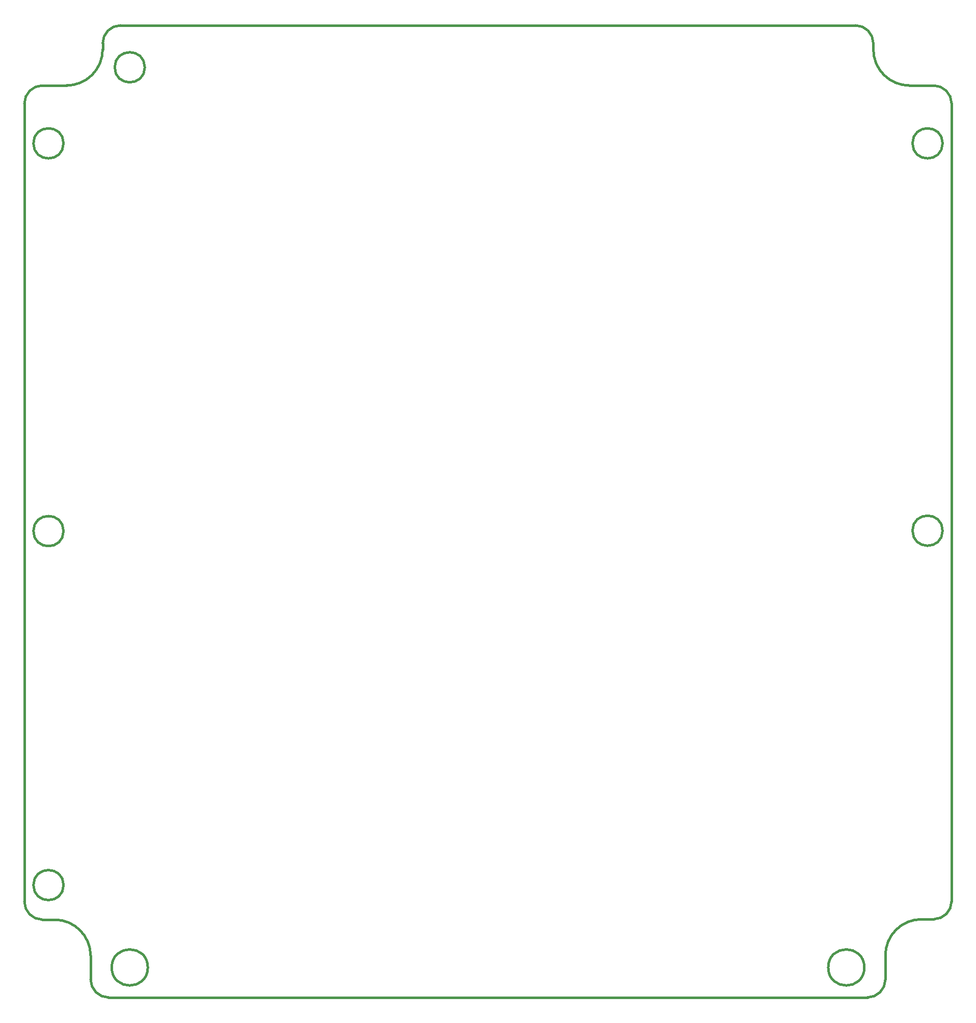
<source format=gbr>
G04 (created by PCBNEW (2013-07-07 BZR 4022)-stable) date 06/07/2014 12:08:29*
%MOIN*%
G04 Gerber Fmt 3.4, Leading zero omitted, Abs format*
%FSLAX34Y34*%
G01*
G70*
G90*
G04 APERTURE LIST*
%ADD10C,0.00393701*%
%ADD11C,0.015*%
G04 APERTURE END LIST*
G54D10*
G54D11*
X98878Y-77122D02*
G75*
G02X101242Y-74758I2364J0D01*
G74*
G01*
X102621Y-23940D02*
G75*
G03X102621Y-23940I-985J0D01*
G74*
G01*
X45097Y-23940D02*
G75*
G03X45097Y-23940I-985J0D01*
G74*
G01*
X96908Y-16213D02*
G75*
G02X98090Y-17395I0J-1181D01*
G74*
G01*
X97499Y-77914D02*
G75*
G03X97499Y-77914I-1181J0D01*
G74*
G01*
X47658Y-17395D02*
G75*
G02X48840Y-16213I1182J0D01*
G74*
G01*
X50613Y-77914D02*
G75*
G03X50613Y-77914I-1181J0D01*
G74*
G01*
X97696Y-79882D02*
X48053Y-79882D01*
X50416Y-18959D02*
G75*
G03X50416Y-18959I-985J0D01*
G74*
G01*
X102621Y-49309D02*
G75*
G03X102621Y-49309I-985J0D01*
G74*
G01*
X45097Y-49334D02*
G75*
G03X45097Y-49334I-985J0D01*
G74*
G01*
X45097Y-72520D02*
G75*
G03X45097Y-72520I-985J0D01*
G74*
G01*
X47658Y-17395D02*
X47658Y-17789D01*
X45294Y-20153D02*
X43718Y-20153D01*
X47658Y-17789D02*
G75*
G02X45294Y-20153I-2363J0D01*
G74*
G01*
X48840Y-16213D02*
X96908Y-16213D01*
X98090Y-17395D02*
X98090Y-17789D01*
X100454Y-20153D02*
X102030Y-20153D01*
X100454Y-20153D02*
G75*
G02X98090Y-17789I0J2364D01*
G74*
G01*
X96908Y-16213D02*
G75*
G02X98090Y-17395I0J-1181D01*
G74*
G01*
X47658Y-17395D02*
G75*
G02X48840Y-16213I1182J0D01*
G74*
G01*
X98878Y-78700D02*
X98878Y-77122D01*
X101242Y-74758D02*
X102030Y-74758D01*
X44507Y-74785D02*
X43718Y-74785D01*
X44507Y-74785D02*
G75*
G02X46871Y-77149I0J-2364D01*
G74*
G01*
X46871Y-77149D02*
X46871Y-78700D01*
X42536Y-21335D02*
X42536Y-73603D01*
X103212Y-21335D02*
X103212Y-73576D01*
X102032Y-20153D02*
G75*
G02X103212Y-21335I-2J-1181D01*
G74*
G01*
X103212Y-73576D02*
G75*
G02X102030Y-74758I-1182J0D01*
G74*
G01*
X98878Y-78700D02*
G75*
G02X97696Y-79882I-1182J0D01*
G74*
G01*
X48053Y-79882D02*
G75*
G02X46871Y-78700I0J1182D01*
G74*
G01*
X43716Y-74785D02*
G75*
G02X42536Y-73603I2J1181D01*
G74*
G01*
X42536Y-21335D02*
G75*
G02X43718Y-20153I1182J0D01*
G74*
G01*
M02*

</source>
